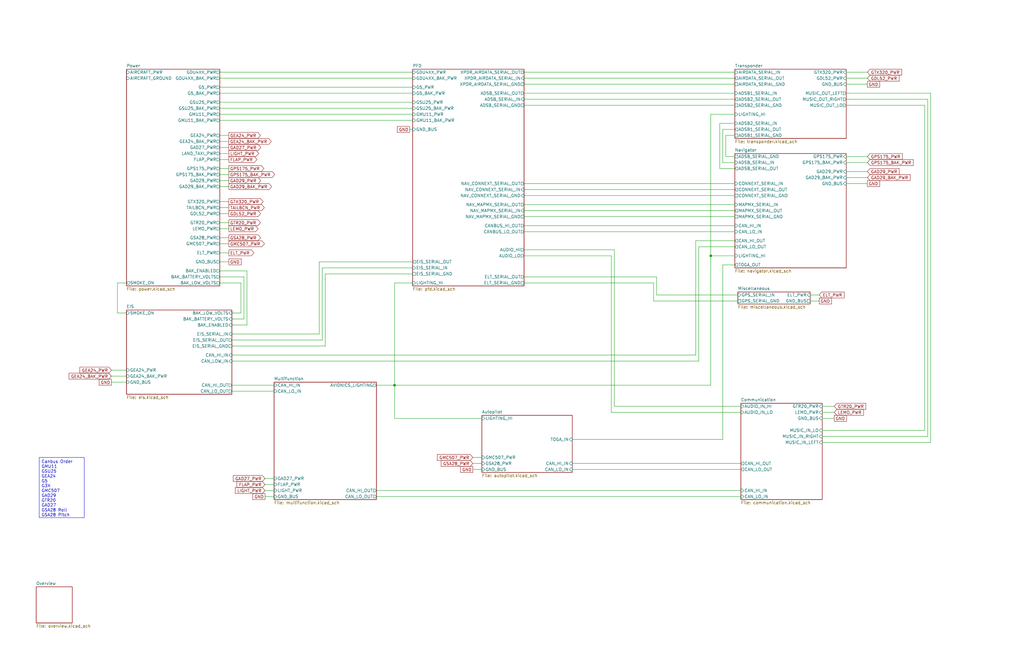
<source format=kicad_sch>
(kicad_sch (version 20230121) (generator eeschema)
  (paper "B")
  (title_block (title "Electrical Overview") (date "2024-02-12") (rev "0.5") (company "N877RV"))
  (lib_symbols)
  (junction (at 166.37 162.56))
  (junction (at 299.72 107.95))
  (wire (pts (xy 306.07 66.04) (xy 309.88 66.04)))
  (wire (pts (xy 293.37 101.6) (xy 293.37 149.86)))
  (wire (pts (xy 220.98 44.45) (xy 309.88 44.45)))
  (wire (pts (xy 392.43 186.69) (xy 346.71 186.69)))
  (wire (pts (xy 53.34 119.38) (xy 49.53 119.38)))
  (wire (pts (xy 137.16 115.57) (xy 173.99 115.57)))
  (wire (pts (xy 306.07 57.15) (xy 306.07 66.04)))
  (wire (pts (xy 92.71 102.87) (xy 96.52 102.87)))
  (wire (pts (xy 356.87 33.02) (xy 365.76 33.02)))
  (wire (pts (xy 101.6 119.38) (xy 101.6 132.08)))
  (wire (pts (xy 92.71 50.8) (xy 173.99 50.8)))
  (wire (pts (xy 92.71 30.48) (xy 173.99 30.48)))
  (wire (pts (xy 135.89 113.03) (xy 173.99 113.03)))
  (wire (pts (xy 111.76 204.47) (xy 115.57 204.47)))
  (wire (pts (xy 92.71 48.26) (xy 173.99 48.26)))
  (wire (pts (xy 356.87 35.56) (xy 365.76 35.56)))
  (wire (pts (xy 102.87 116.84) (xy 102.87 134.62)))
  (wire (pts (xy 257.81 173.99) (xy 312.42 173.99)))
  (wire (pts (xy 309.88 48.26) (xy 299.72 48.26)))
  (wire (pts (xy 391.16 41.91) (xy 391.16 184.15)))
  (wire (pts (xy 97.79 162.56) (xy 115.57 162.56)))
  (wire (pts (xy 92.71 90.17) (xy 96.52 90.17)))
  (wire (pts (xy 356.87 39.37) (xy 392.43 39.37)))
  (wire (pts (xy 92.71 106.68) (xy 96.52 106.68)))
  (wire (pts (xy 92.71 100.33) (xy 96.52 100.33)))
  (wire (pts (xy 92.71 76.2) (xy 96.52 76.2)))
  (wire (pts (xy 92.71 43.18) (xy 173.99 43.18)))
  (wire (pts (xy 92.71 57.15) (xy 96.52 57.15)))
  (wire (pts (xy 92.71 78.74) (xy 96.52 78.74)))
  (wire (pts (xy 166.37 119.38) (xy 166.37 162.56)))
  (wire (pts (xy 220.98 116.84) (xy 276.86 116.84)))
  (wire (pts (xy 356.87 77.47) (xy 365.76 77.47)))
  (wire (pts (xy 199.39 193.04) (xy 203.2 193.04)))
  (wire (pts (xy 356.87 66.04) (xy 365.76 66.04)))
  (wire (pts (xy 341.63 124.46) (xy 345.44 124.46)))
  (wire (pts (xy 220.98 86.36) (xy 309.88 86.36)))
  (wire (pts (xy 220.98 119.38) (xy 275.59 119.38)))
  (wire (pts (xy 356.87 44.45) (xy 389.89 44.45)))
  (wire (pts (xy 104.14 114.3) (xy 104.14 137.16)))
  (wire (pts (xy 299.72 162.56) (xy 299.72 107.95)))
  (wire (pts (xy 303.53 52.07) (xy 303.53 71.12)))
  (wire (pts (xy 389.89 44.45) (xy 389.89 181.61)))
  (wire (pts (xy 97.79 140.97) (xy 134.62 140.97)))
  (wire (pts (xy 294.64 152.4) (xy 97.79 152.4)))
  (wire (pts (xy 92.71 85.09) (xy 96.52 85.09)))
  (wire (pts (xy 356.87 72.39) (xy 365.76 72.39)))
  (wire (pts (xy 356.87 30.48) (xy 365.76 30.48)))
  (wire (pts (xy 304.8 111.76) (xy 304.8 185.42)))
  (wire (pts (xy 92.71 59.69) (xy 96.52 59.69)))
  (wire (pts (xy 303.53 71.12) (xy 309.88 71.12)))
  (wire (pts (xy 220.98 77.47) (xy 309.88 77.47)))
  (wire (pts (xy 220.98 39.37) (xy 309.88 39.37)))
  (wire (pts (xy 92.71 67.31) (xy 96.52 67.31)))
  (wire (pts (xy 49.53 119.38) (xy 49.53 132.08)))
  (wire (pts (xy 134.62 110.49) (xy 173.99 110.49)))
  (wire (pts (xy 158.75 207.01) (xy 312.42 207.01)))
  (wire (pts (xy 294.64 104.14) (xy 294.64 152.4)))
  (wire (pts (xy 203.2 176.53) (xy 166.37 176.53)))
  (wire (pts (xy 166.37 162.56) (xy 299.72 162.56)))
  (wire (pts (xy 220.98 88.9) (xy 309.88 88.9)))
  (wire (pts (xy 220.98 91.44) (xy 309.88 91.44)))
  (wire (pts (xy 356.87 74.93) (xy 365.76 74.93)))
  (wire (pts (xy 92.71 64.77) (xy 96.52 64.77)))
  (wire (pts (xy 309.88 57.15) (xy 306.07 57.15)))
  (wire (pts (xy 275.59 119.38) (xy 275.59 127)))
  (wire (pts (xy 199.39 198.12) (xy 203.2 198.12)))
  (wire (pts (xy 356.87 41.91) (xy 391.16 41.91)))
  (wire (pts (xy 111.76 209.55) (xy 115.57 209.55)))
  (wire (pts (xy 391.16 184.15) (xy 346.71 184.15)))
  (wire (pts (xy 92.71 73.66) (xy 96.52 73.66)))
  (wire (pts (xy 389.89 181.61) (xy 346.71 181.61)))
  (wire (pts (xy 392.43 39.37) (xy 392.43 186.69)))
  (wire (pts (xy 220.98 35.56) (xy 309.88 35.56)))
  (wire (pts (xy 166.37 176.53) (xy 166.37 162.56)))
  (wire (pts (xy 220.98 105.41) (xy 259.08 105.41)))
  (wire (pts (xy 101.6 132.08) (xy 97.79 132.08)))
  (wire (pts (xy 97.79 165.1) (xy 115.57 165.1)))
  (wire (pts (xy 276.86 124.46) (xy 311.15 124.46)))
  (wire (pts (xy 241.3 198.12) (xy 312.42 198.12)))
  (wire (pts (xy 259.08 171.45) (xy 312.42 171.45)))
  (wire (pts (xy 46.99 161.29) (xy 53.34 161.29)))
  (wire (pts (xy 111.76 207.01) (xy 115.57 207.01)))
  (wire (pts (xy 92.71 62.23) (xy 96.52 62.23)))
  (wire (pts (xy 92.71 116.84) (xy 102.87 116.84)))
  (wire (pts (xy 134.62 140.97) (xy 134.62 110.49)))
  (wire (pts (xy 275.59 127) (xy 311.15 127)))
  (wire (pts (xy 92.71 87.63) (xy 96.52 87.63)))
  (wire (pts (xy 220.98 80.01) (xy 309.88 80.01)))
  (wire (pts (xy 259.08 105.41) (xy 259.08 171.45)))
  (wire (pts (xy 257.81 107.95) (xy 257.81 173.99)))
  (wire (pts (xy 92.71 93.98) (xy 96.52 93.98)))
  (wire (pts (xy 341.63 127) (xy 345.44 127)))
  (wire (pts (xy 356.87 68.58) (xy 365.76 68.58)))
  (wire (pts (xy 158.75 209.55) (xy 312.42 209.55)))
  (wire (pts (xy 220.98 107.95) (xy 257.81 107.95)))
  (wire (pts (xy 49.53 132.08) (xy 53.34 132.08)))
  (wire (pts (xy 309.88 104.14) (xy 294.64 104.14)))
  (wire (pts (xy 92.71 114.3) (xy 104.14 114.3)))
  (wire (pts (xy 241.3 195.58) (xy 312.42 195.58)))
  (wire (pts (xy 92.71 110.49) (xy 96.52 110.49)))
  (wire (pts (xy 135.89 143.51) (xy 135.89 113.03)))
  (wire (pts (xy 299.72 107.95) (xy 309.88 107.95)))
  (wire (pts (xy 92.71 36.83) (xy 173.99 36.83)))
  (wire (pts (xy 304.8 54.61) (xy 304.8 68.58)))
  (wire (pts (xy 241.3 185.42) (xy 304.8 185.42)))
  (wire (pts (xy 92.71 71.12) (xy 96.52 71.12)))
  (wire (pts (xy 199.39 195.58) (xy 203.2 195.58)))
  (wire (pts (xy 220.98 82.55) (xy 309.88 82.55)))
  (wire (pts (xy 97.79 137.16) (xy 104.14 137.16)))
  (wire (pts (xy 346.71 171.45) (xy 351.79 171.45)))
  (wire (pts (xy 220.98 30.48) (xy 309.88 30.48)))
  (wire (pts (xy 92.71 96.52) (xy 96.52 96.52)))
  (wire (pts (xy 97.79 143.51) (xy 135.89 143.51)))
  (wire (pts (xy 299.72 48.26) (xy 299.72 107.95)))
  (wire (pts (xy 309.88 52.07) (xy 303.53 52.07)))
  (wire (pts (xy 92.71 119.38) (xy 101.6 119.38)))
  (wire (pts (xy 111.76 201.93) (xy 115.57 201.93)))
  (wire (pts (xy 220.98 97.79) (xy 309.88 97.79)))
  (wire (pts (xy 92.71 45.72) (xy 173.99 45.72)))
  (wire (pts (xy 92.71 39.37) (xy 173.99 39.37)))
  (wire (pts (xy 92.71 33.02) (xy 173.99 33.02)))
  (wire (pts (xy 97.79 146.05) (xy 137.16 146.05)))
  (wire (pts (xy 276.86 116.84) (xy 276.86 124.46)))
  (wire (pts (xy 346.71 176.53) (xy 351.79 176.53)))
  (wire (pts (xy 137.16 146.05) (xy 137.16 115.57)))
  (wire (pts (xy 46.99 156.21) (xy 53.34 156.21)))
  (wire (pts (xy 293.37 149.86) (xy 97.79 149.86)))
  (wire (pts (xy 166.37 119.38) (xy 173.99 119.38)))
  (wire (pts (xy 309.88 111.76) (xy 304.8 111.76)))
  (wire (pts (xy 220.98 95.25) (xy 309.88 95.25)))
  (wire (pts (xy 172.72 54.61) (xy 173.99 54.61)))
  (wire (pts (xy 97.79 134.62) (xy 102.87 134.62)))
  (wire (pts (xy 309.88 54.61) (xy 304.8 54.61)))
  (wire (pts (xy 309.88 101.6) (xy 293.37 101.6)))
  (wire (pts (xy 158.75 162.56) (xy 166.37 162.56)))
  (wire (pts (xy 220.98 41.91) (xy 309.88 41.91)))
  (wire (pts (xy 46.99 158.75) (xy 53.34 158.75)))
  (wire (pts (xy 220.98 33.02) (xy 309.88 33.02)))
  (wire (pts (xy 346.71 173.99) (xy 351.79 173.99)))
  (wire (pts (xy 304.8 68.58) (xy 309.88 68.58)))
  (text_box "Canbus Order\nGMU11\nGSU25\nGEA24\nG5\nG3X\nGMC507\nGAD29\nGTR20\nGAD27\nGSA28 Roll\nGSA28 Pitch" (at 16.51 193.04 0) (size 19.05 25.4) (effects (font (size 1.27 1.27)) (justify left top)))
  (global_label "GDL52_PWR" (shape output) (at 96.52 90.17 0) (property "Intersheetrefs" "${INTERSHEET_REFS}" (effects hide)))
  (global_label "GDL52_PWR" (shape input) (at 365.76 33.02 0) (property "Intersheetrefs" "${INTERSHEET_REFS}" (effects hide)))
  (global_label "GAD29_PWR" (shape output) (at 96.52 76.2 0) (property "Intersheetrefs" "${INTERSHEET_REFS}" (effects hide)))
  (global_label "ELT_PWR" (shape output) (at 96.52 106.68 0) (property "Intersheetrefs" "${INTERSHEET_REFS}" (effects hide)))
  (global_label "FLAP_PWR" (shape output) (at 96.52 67.31 0) (property "Intersheetrefs" "${INTERSHEET_REFS}" (effects hide)))
  (global_label "GND" (shape passive) (at 111.76 209.55 180) (property "Intersheetrefs" "${INTERSHEET_REFS}" (effects hide)))
  (global_label "GAD29_PWR" (shape input) (at 365.76 72.39 0) (property "Intersheetrefs" "${INTERSHEET_REFS}" (effects hide)))
  (global_label "GND" (shape passive) (at 365.76 77.47 0) (property "Intersheetrefs" "${INTERSHEET_REFS}" (effects hide)))
  (global_label "GEA24_PWR" (shape input) (at 46.99 156.21 180) (property "Intersheetrefs" "${INTERSHEET_REFS}" (effects hide)))
  (global_label "GTX320_PWR" (shape input) (at 365.76 30.48 0) (property "Intersheetrefs" "${INTERSHEET_REFS}" (effects hide)))
  (global_label "GND" (shape passive) (at 345.44 127 0) (property "Intersheetrefs" "${INTERSHEET_REFS}" (effects hide)))
  (global_label "LIGHT_PWR" (shape output) (at 96.52 64.77 0) (property "Intersheetrefs" "${INTERSHEET_REFS}" (effects hide)))
  (global_label "GND" (shape passive) (at 96.52 110.49 0) (property "Intersheetrefs" "${INTERSHEET_REFS}" (effects hide)))
  (global_label "GAD29_BAK_PWR" (shape output) (at 96.52 78.74 0) (property "Intersheetrefs" "${INTERSHEET_REFS}" (effects hide)))
  (global_label "GND" (shape passive) (at 46.99 161.29 180) (property "Intersheetrefs" "${INTERSHEET_REFS}" (effects hide)))
  (global_label "GPS175_BAK_PWR" (shape input) (at 365.76 68.58 0) (property "Intersheetrefs" "${INTERSHEET_REFS}" (effects hide)))
  (global_label "GSA28_PWR" (shape output) (at 96.52 100.33 0) (property "Intersheetrefs" "${INTERSHEET_REFS}" (effects hide)))
  (global_label "GEA24_PWR" (shape output) (at 96.52 57.15 0) (property "Intersheetrefs" "${INTERSHEET_REFS}" (effects hide)))
  (global_label "LIGHT_PWR" (shape input) (at 111.76 207.01 180) (property "Intersheetrefs" "${INTERSHEET_REFS}" (effects hide)))
  (global_label "GAD27_PWR" (shape output) (at 96.52 62.23 0) (property "Intersheetrefs" "${INTERSHEET_REFS}" (effects hide)))
  (global_label "LEMO_PWR" (shape output) (at 96.52 96.52 0) (property "Intersheetrefs" "${INTERSHEET_REFS}" (effects hide)))
  (global_label "GND" (shape passive) (at 172.72 54.61 180) (property "Intersheetrefs" "${INTERSHEET_REFS}" (effects hide)))
  (global_label "GTX320_PWR" (shape output) (at 96.52 85.09 0) (property "Intersheetrefs" "${INTERSHEET_REFS}" (effects hide)))
  (global_label "TAILBCN_PWR" (shape output) (at 96.52 87.63 0) (property "Intersheetrefs" "${INTERSHEET_REFS}" (effects hide)))
  (global_label "GPS175_PWR" (shape input) (at 365.76 66.04 0) (property "Intersheetrefs" "${INTERSHEET_REFS}" (effects hide)))
  (global_label "GTR20_PWR" (shape output) (at 96.52 93.98 0) (property "Intersheetrefs" "${INTERSHEET_REFS}" (effects hide)))
  (global_label "GSA28_PWR" (shape input) (at 199.39 195.58 180) (property "Intersheetrefs" "${INTERSHEET_REFS}" (effects hide)))
  (global_label "GND" (shape passive) (at 199.39 198.12 180) (property "Intersheetrefs" "${INTERSHEET_REFS}" (effects hide)))
  (global_label "GPS175_PWR" (shape output) (at 96.52 71.12 0) (property "Intersheetrefs" "${INTERSHEET_REFS}" (effects hide)))
  (global_label "ELT_PWR" (shape input) (at 345.44 124.46 0) (property "Intersheetrefs" "${INTERSHEET_REFS}" (effects hide)))
  (global_label "GND" (shape passive) (at 351.79 176.53 0) (property "Intersheetrefs" "${INTERSHEET_REFS}" (effects hide)))
  (global_label "GND" (shape passive) (at 365.76 35.56 0) (property "Intersheetrefs" "${INTERSHEET_REFS}" (effects hide)))
  (global_label "GEA24_BAK_PWR" (shape output) (at 96.52 59.69 0) (property "Intersheetrefs" "${INTERSHEET_REFS}" (effects hide)))
  (global_label "GMC507_PWR" (shape input) (at 199.39 193.04 180) (property "Intersheetrefs" "${INTERSHEET_REFS}" (effects hide)))
  (global_label "GMC507_PWR" (shape output) (at 96.52 102.87 0) (property "Intersheetrefs" "${INTERSHEET_REFS}" (effects hide)))
  (global_label "GEA24_BAK_PWR" (shape input) (at 46.99 158.75 180) (property "Intersheetrefs" "${INTERSHEET_REFS}" (effects hide)))
  (global_label "GTR20_PWR" (shape input) (at 351.79 171.45 0) (property "Intersheetrefs" "${INTERSHEET_REFS}" (effects hide)))
  (global_label "FLAP_PWR" (shape input) (at 111.76 204.47 180) (property "Intersheetrefs" "${INTERSHEET_REFS}" (effects hide)))
  (global_label "GAD27_PWR" (shape input) (at 111.76 201.93 180) (property "Intersheetrefs" "${INTERSHEET_REFS}" (effects hide)))
  (global_label "GAD29_BAK_PWR" (shape input) (at 365.76 74.93 0) (property "Intersheetrefs" "${INTERSHEET_REFS}" (effects hide)))
  (global_label "GPS175_BAK_PWR" (shape output) (at 96.52 73.66 0) (property "Intersheetrefs" "${INTERSHEET_REFS}" (effects hide)))
  (global_label "LEMO_PWR" (shape input) (at 351.79 173.99 0) (property "Intersheetrefs" "${INTERSHEET_REFS}" (effects hide)))
  (sheet (at 15.24 247.65) (size 15.24 15.24) (stroke (width 0.1524))
    (property "Sheetname" "Overview" (at 15.24 246.9384 0) (effects (justify left bottom)))
    (property "Sheetfile" "overview.kicad_sch" (at 15.24 263.4746 0) (effects (justify left top)))
  )
  (sheet (at 53.34 29.21) (size 39.37 91.44) (stroke (width 0.1524))
    (property "Sheetname" "Power" (at 53.34 28.4984 0) (effects (justify left bottom)))
    (property "Sheetfile" "power.kicad_sch" (at 53.34 121.2346 0) (effects (justify left top)))
    (pin "GND_BUS" output (at 92.71 110.49 0))
    (pin "GDL52_PWR" output (at 92.71 90.17 0))
    (pin "GAD29_PWR" output (at 92.71 76.2 0))
    (pin "GPS175_PWR" output (at 92.71 71.12 0))
    (pin "GMU11_PWR" output (at 92.71 48.26 0))
    (pin "GSU25_PWR" output (at 92.71 43.18 0))
    (pin "ELT_PWR" output (at 92.71 106.68 0))
    (pin "GEA24_BAK_PWR" output (at 92.71 59.69 0))
    (pin "GSU25_BAK_PWR" output (at 92.71 45.72 0))
    (pin "GDU4XX_BAK_PWR" output (at 92.71 33.02 0))
    (pin "GMU11_BAK_PWR" output (at 92.71 50.8 0))
    (pin "G5_BAK_PWR" output (at 92.71 39.37 0))
    (pin "GAD29_BAK_PWR" output (at 92.71 78.74 0))
    (pin "GPS175_BAK_PWR" output (at 92.71 73.66 0))
    (pin "GDU4XX_PWR" output (at 92.71 30.48 0))
    (pin "GTR20_PWR" output (at 92.71 93.98 0))
    (pin "LEMO_PWR" output (at 92.71 96.52 0))
    (pin "G5_PWR" output (at 92.71 36.83 0))
    (pin "BAK_BATTERY_VOLTS" output (at 92.71 116.84 0))
    (pin "BAK_ENABLED" output (at 92.71 114.3 0))
    (pin "BAK_LOW_VOLTS" output (at 92.71 119.38 0))
    (pin "GMC507_PWR" output (at 92.71 102.87 0))
    (pin "GSA28_PWR" output (at 92.71 100.33 0))
    (pin "GEA24_PWR" output (at 92.71 57.15 0))
    (pin "GAD27_PWR" output (at 92.71 62.23 0))
    (pin "AIRCRAFT_PWR" input (at 53.34 30.48 180))
    (pin "LAND_TAXI_PWR" output (at 92.71 64.77 0))
    (pin "FLAP_PWR" output (at 92.71 67.31 0))
    (pin "AIRCRAFT_GROUND" input (at 53.34 33.02 180))
    (pin "GTX320_PWR" output (at 92.71 85.09 0))
    (pin "TAILBCN_PWR" output (at 92.71 87.63 0))
    (pin "SMOKE_ON" output (at 53.34 119.38 180))
  )
  (sheet (at 309.88 29.21) (size 46.99 29.21) (stroke (width 0.1524))
    (property "Sheetname" "Transponder" (at 309.88 28.4984 0) (effects (justify left bottom)))
    (property "Sheetfile" "transponder.kicad_sch" (at 309.88 59.0046 0) (effects (justify left top)))
    (pin "AIRDATA_SERIAL_OUT" output (at 309.88 33.02 180))
    (pin "AIRDATA_SERIAL_IN" input (at 309.88 30.48 180))
    (pin "AIRDATA_SERIAL_GND" passive (at 309.88 35.56 180))
    (pin "ADSB2_SERIAL_OUT" output (at 309.88 41.91 180))
    (pin "ADSB1_SERIAL_IN" input (at 309.88 39.37 180))
    (pin "ADSB2_SERIAL_GND" passive (at 309.88 44.45 180))
    (pin "GND_BUS" input (at 356.87 35.56 0))
    (pin "MUSIC_OUT_RIGHT" output (at 356.87 41.91 0))
    (pin "MUSIC_OUT_LEFT" output (at 356.87 39.37 0))
    (pin "MUSIC_OUT_LO" output (at 356.87 44.45 0))
    (pin "ADSB2_SERIAL_IN" input (at 309.88 52.07 180))
    (pin "ADSB1_SERIAL_GND" passive (at 309.88 57.15 180))
    (pin "ADSB1_SERIAL_OUT" output (at 309.88 54.61 180))
    (pin "GDL52_PWR" input (at 356.87 33.02 0))
    (pin "GTX320_PWR" input (at 356.87 30.48 0))
    (pin "LIGHTING_HI" input (at 309.88 48.26 180))
  )
  (sheet (at 311.15 123.19) (size 30.48 5.08) (stroke (width 0.1524))
    (property "Sheetname" "Miscellaneous" (at 311.15 122.4784 0) (effects (justify left bottom)))
    (property "Sheetfile" "miscellaneous.kicad_sch" (at 311.15 128.8546 0) (effects (justify left top)))
    (pin "GND_BUS" passive (at 341.63 127 0))
    (pin "ELT_PWR" input (at 341.63 124.46 0))
    (pin "GPS_SERIAL_GND" passive (at 311.15 127 180))
    (pin "GPS_SERIAL_IN" input (at 311.15 124.46 180))
  )
  (sheet (at 173.99 29.21) (size 46.99 91.44) (stroke (width 0.1524))
    (property "Sheetname" "PFD" (at 173.99 28.4984 0) (effects (justify left bottom)))
    (property "Sheetfile" "pfd.kicad_sch" (at 173.99 121.2346 0) (effects (justify left top)))
    (pin "GND_BUS" input (at 173.99 54.61 180))
    (pin "CANBUS_LO_OUT" output (at 220.98 97.79 0))
    (pin "CANBUS_HI_OUT" output (at 220.98 95.25 0))
    (pin "LIGHTING_HI" input (at 173.99 119.38 180))
    (pin "GDU4XX_BAK_PWR" input (at 173.99 33.02 180))
    (pin "GDU4XX_PWR" input (at 173.99 30.48 180))
    (pin "GSU25_PWR" input (at 173.99 43.18 180))
    (pin "XPDR_AIRDATA_SERIAL_GND" passive (at 220.98 35.56 0))
    (pin "XPDR_AIRDATA_SERIAL_IN" input (at 220.98 33.02 0))
    (pin "GMU11_BAK_PWR" input (at 173.99 50.8 180))
    (pin "GMU11_PWR" input (at 173.99 48.26 180))
    (pin "GSU25_BAK_PWR" input (at 173.99 45.72 180))
    (pin "XPDR_AIRDATA_SERIAL_OUT" output (at 220.98 30.48 0))
    (pin "NAV_MAPMX_SERIAL_OUT" output (at 220.98 86.36 0))
    (pin "NAV_MAPMX_SERIAL_IN" input (at 220.98 88.9 0))
    (pin "NAV_CONNEXT_SERIAL_IN" input (at 220.98 80.01 0))
    (pin "NAV_CONNEXT_SERIAL_GND" input (at 220.98 82.55 0))
    (pin "NAV_MAPMX_SERIAL_GND" passive (at 220.98 91.44 0))
    (pin "NAV_CONNEXT_SERIAL_OUT" output (at 220.98 77.47 0))
    (pin "AUDIO_LO" output (at 220.98 107.95 0))
    (pin "AUDIO_HI" output (at 220.98 105.41 0))
    (pin "G5_BAK_PWR" input (at 173.99 39.37 180))
    (pin "G5_PWR" input (at 173.99 36.83 180))
    (pin "ADSB_SERIAL_IN" input (at 220.98 41.91 0))
    (pin "ADSB_SERIAL_GND" passive (at 220.98 44.45 0))
    (pin "ADSB_SERIAL_OUT" output (at 220.98 39.37 0))
    (pin "ELT_SERIAL_GND" passive (at 220.98 119.38 0))
    (pin "ELT_SERIAL_OUT" output (at 220.98 116.84 0))
    (pin "EIS_SERIAL_OUT" output (at 173.99 110.49 180))
    (pin "EIS_SERIAL_IN" input (at 173.99 113.03 180))
    (pin "EIS_SERIAL_GND" passive (at 173.99 115.57 180))
  )
  (sheet (at 115.57 161.29) (size 43.18 49.53) (stroke (width 0.1524))
    (property "Sheetname" "Multifunction" (at 115.57 160.5784 0) (effects (justify left bottom)))
    (property "Sheetfile" "multifunction.kicad_sch" (at 115.57 211.4046 0) (effects (justify left top)))
    (pin "LIGHT_PWR" input (at 115.57 207.01 180))
    (pin "GAD27_PWR" input (at 115.57 201.93 180))
    (pin "CAN_LO_OUT" output (at 158.75 209.55 0))
    (pin "CAN_HI_IN" input (at 115.57 162.56 180))
    (pin "CAN_HI_OUT" output (at 158.75 207.01 0))
    (pin "CAN_LO_IN" input (at 115.57 165.1 180))
    (pin "GND_BUS" input (at 115.57 209.55 180))
    (pin "FLAP_PWR" input (at 115.57 204.47 180))
    (pin "AVIONICS_LIGHTING" output (at 158.75 162.56 0))
  )
  (sheet (at 53.34 130.81) (size 44.45 35.56) (stroke (width 0.1524))
    (property "Sheetname" "EIS" (at 53.34 130.0984 0) (effects (justify left bottom)))
    (property "Sheetfile" "eis.kicad_sch" (at 53.34 166.9546 0) (effects (justify left top)))
    (pin "GEA24_PWR" input (at 53.34 156.21 180))
    (pin "GEA24_BAK_PWR" input (at 53.34 158.75 180))
    (pin "GND_BUS" input (at 53.34 161.29 180))
    (pin "CAN_HI_OUT" output (at 97.79 162.56 0))
    (pin "CAN_LOW_IN" input (at 97.79 152.4 0))
    (pin "CAN_HI_IN" input (at 97.79 149.86 0))
    (pin "CAN_LO_OUT" output (at 97.79 165.1 0))
    (pin "BAK_ENABLED" input (at 97.79 137.16 0))
    (pin "BAK_BATTERY_VOLTS" input (at 97.79 134.62 0))
    (pin "BAK_LOW_VOLTS" input (at 97.79 132.08 0))
    (pin "SMOKE_ON" input (at 53.34 132.08 180))
    (pin "EIS_SERIAL_OUT" output (at 97.79 143.51 0))
    (pin "EIS_SERIAL_IN" input (at 97.79 140.97 0))
    (pin "EIS_SERIAL_GND" passive (at 97.79 146.05 0))
  )
  (sheet (at 309.88 64.77) (size 46.99 48.26) (stroke (width 0.1524))
    (property "Sheetname" "Navigator" (at 309.88 64.0584 0) (effects (justify left bottom)))
    (property "Sheetfile" "navigator.kicad_sch" (at 309.88 113.6146 0) (effects (justify left top)))
    (pin "LIGHTING_HI" input (at 309.88 107.95 180))
    (pin "GND_BUS" input (at 356.87 77.47 0))
    (pin "GAD29_PWR" input (at 356.87 72.39 0))
    (pin "GAD29_BAK_PWR" input (at 356.87 74.93 0))
    (pin "GPS175_PWR" input (at 356.87 66.04 0))
    (pin "GPS175_BAK_PWR" input (at 356.87 68.58 0))
    (pin "CAN_LO_IN" input (at 309.88 97.79 180))
    (pin "CAN_HI_IN" input (at 309.88 95.25 180))
    (pin "CAN_HI_OUT" output (at 309.88 101.6 180))
    (pin "CAN_LO_OUT" output (at 309.88 104.14 180))
    (pin "CONNEXT_SERIAL_OUT" output (at 309.88 80.01 180))
    (pin "MAPMX_SERIAL_IN" input (at 309.88 86.36 180))
    (pin "MAPMX_SERIAL_GND" passive (at 309.88 91.44 180))
    (pin "MAPMX_SERIAL_OUT" output (at 309.88 88.9 180))
    (pin "CONNEXT_SERIAL_GND" passive (at 309.88 82.55 180))
    (pin "CONNEXT_SERIAL_IN" input (at 309.88 77.47 180))
    (pin "TOGA_OUT" output (at 309.88 111.76 180))
    (pin "ADSB_SERIAL_IN" input (at 309.88 68.58 180))
    (pin "ADSB_SERIAL_GND" passive (at 309.88 66.04 180))
    (pin "ADSB_SERIAL_OUT" output (at 309.88 71.12 180))
  )
  (sheet (at 203.2 175.26) (size 38.1 24.13) (stroke (width 0.1524))
    (property "Sheetname" "Autopilot" (at 203.2 174.5484 0) (effects (justify left bottom)))
    (property "Sheetfile" "autopilot.kicad_sch" (at 203.2 199.9746 0) (effects (justify left top)))
    (pin "GMC507_PWR" input (at 203.2 193.04 180))
    (pin "CAN_HI_IN" input (at 241.3 195.58 0))
    (pin "CAN_LO_IN" input (at 241.3 198.12 0))
    (pin "LIGHTING_HI" input (at 203.2 176.53 180))
    (pin "TOGA_IN" input (at 241.3 185.42 0))
    (pin "GND_BUS" input (at 203.2 198.12 180))
    (pin "GSA28_PWR" input (at 203.2 195.58 180))
  )
  (sheet (at 312.42 170.18) (size 34.29 40.64) (stroke (width 0.1524))
    (property "Sheetname" "Communication" (at 312.42 169.4684 0) (effects (justify left bottom)))
    (property "Sheetfile" "communication.kicad_sch" (at 312.42 211.4046 0) (effects (justify left top)))
    (pin "AUDIO_IN_HI" input (at 312.42 171.45 180))
    (pin "CAN_LO_IN" input (at 312.42 209.55 180))
    (pin "CAN_LO_OUT" output (at 312.42 198.12 180))
    (pin "CAN_HI_OUT" output (at 312.42 195.58 180))
    (pin "CAN_HI_IN" input (at 312.42 207.01 180))
    (pin "GTR20_PWR" input (at 346.71 171.45 0))
    (pin "GND_BUS" input (at 346.71 176.53 0))
    (pin "MUSIC_IN_LO" input (at 346.71 181.61 0))
    (pin "AUDIO_IN_LO" input (at 312.42 173.99 180))
    (pin "MUSIC_IN_LEFT" input (at 346.71 186.69 0))
    (pin "MUSIC_IN_RIGHT" input (at 346.71 184.15 0))
    (pin "LEMO_PWR" input (at 346.71 173.99 0))
  )
)
</source>
